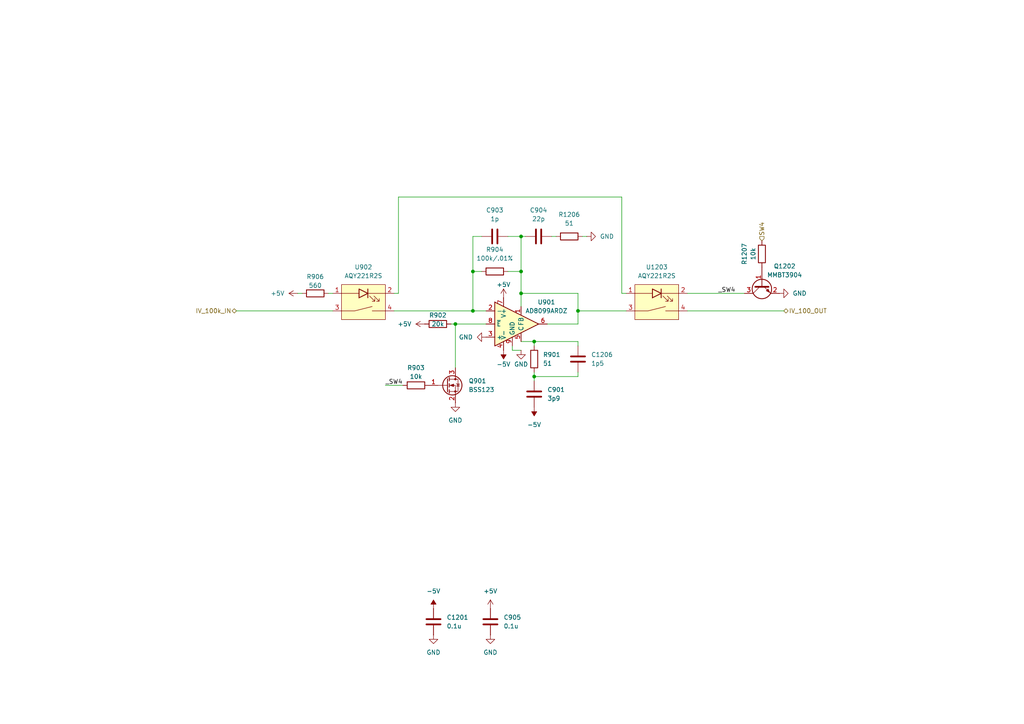
<source format=kicad_sch>
(kicad_sch (version 20250114) (generator "eeschema") (generator_version "9.0")
  (paper "A4")
  (lib_symbols
    (symbol "Device:C" (pin_numbers (hide yes)) (pin_names (offset 0.254))
      (property "Reference" "C" (at 0.635 2.54 0))
      (property "Value" "C" (at 0.635 -2.54 0))
      (symbol "C_0_1"
        (polyline (pts (xy -2.032 0.762) (xy 2.032 0.762)) (stroke (width 0.508)))
        (polyline (pts (xy -2.032 -0.762) (xy 2.032 -0.762)) (stroke (width 0.508)))
      )
      (symbol "C_1_1"
        (pin passive line (at 0 3.81 270) (length 2.794) (name "~") (number "1"))
        (pin passive line (at 0 -3.81 90) (length 2.794) (name "~") (number "2"))
      )
    )
    (symbol "Device:R" (pin_numbers (hide yes)) (pin_names (offset 0))
      (property "Reference" "R" (at 2.032 0 90))
      (property "Value" "R" (at 0 0 90))
      (symbol "R_0_1"
        (rectangle (start -1.016 -2.54) (end 1.016 2.54) (stroke (width 0.254)))
      )
      (symbol "R_1_1"
        (pin passive line (at 0 3.81 270) (length 1.27) (name "~") (number "1"))
        (pin passive line (at 0 -3.81 90) (length 1.27) (name "~") (number "2"))
      )
    )
    (symbol "ETH1LCR3:AD8099ARDZ"
      (property "Reference" "U" (at 10.922 6.604 0))
      (property "Value" "AD8099ARDZ" (at 10.668 4.318 0))
      (symbol "AD8099ARDZ_0_1"
        (polyline (pts (xy -5.08 6.35) (xy -5.08 -6.35) (xy 7.62 0) (xy -5.08 6.35)) (stroke (width 0.254)) (fill (type background)))
      )
      (symbol "AD8099ARDZ_1_0"
        (pin input line (at -7.62 3.81 0) (length 2.54) (name "-") (number "2"))
        (pin input line (at -7.62 0 0) (length 2.54) (name "~{E}") (number "8"))
        (pin input line (at -7.62 -3.81 0) (length 2.54) (name "+") (number "3"))
        (pin passive line (at -2.54 7.62 270) (length 2.54) (name "V+") (number "7"))
        (pin passive line (at -2.54 -7.62 90) (length 2.54) (name "V-") (number "4"))
        (pin passive line (at 0 -6.35 90) (length 2.54) (name "GND") (number "9"))
        (pin input line (at 2.54 5.08 270) (length 2.54) (name "FB") (number "1"))
        (pin passive line (at 2.54 -5.08 90) (length 2.54) (name "C") (number "5"))
        (pin output line (at 10.16 0 180) (length 2.54) (name "") (number "6"))
      )
    )
    (symbol "ETH1LCR3:AQY221R2S"
      (property "Reference" "U" (at 0 7.874 0))
      (property "Value" "AQY221R2S" (at 0 6.096 0))
      (symbol "AQY221R2S_0_1"
        (polyline (pts (xy -6.35 2.54) (xy -1.27 2.54)))
        (polyline (pts (xy -6.35 -2.54) (xy -2.54 -2.54) (xy 2.54 -1.27)))
        (polyline (pts (xy -1.27 1.27) (xy -1.27 3.81) (xy 1.27 2.54) (xy -1.27 1.27)) (stroke (width 0.254)))
        (polyline (pts (xy 1.27 2.54) (xy 6.35 2.54)))
        (polyline (pts (xy 1.27 1.27) (xy 1.27 3.81)) (stroke (width 0.254)))
        (polyline (pts (xy 1.778 1.778) (xy 3.302 0.254) (xy 2.54 0.254) (xy 3.302 0.254) (xy 3.302 1.016)))
        (polyline (pts (xy 2.54 -2.54) (xy 6.35 -2.54)))
        (polyline (pts (xy 3.048 1.778) (xy 4.572 0.254) (xy 3.81 0.254) (xy 4.572 0.254) (xy 4.572 1.016)))
      )
      (symbol "AQY221R2S_1_1"
        (rectangle (start -6.35 5.08) (end 6.35 -5.08) (fill (type background)))
        (pin passive line (at -8.89 2.54 0) (length 2.54) (name "") (number "1"))
        (pin bidirectional line (at -8.89 -2.54 0) (length 2.54) (name "") (number "3"))
        (pin passive line (at 8.89 2.54 180) (length 2.54) (name "") (number "2"))
        (pin bidirectional line (at 8.89 -2.54 180) (length 2.54) (name "") (number "4"))
      )
    )
    (symbol "Transistor_BJT:MMBT3904" (pin_names (offset 0) (hide yes))
      (property "Reference" "Q" (at 5.08 1.905 0))
      (property "Value" "MMBT3904" (at 5.08 0 0))
      (symbol "MMBT3904_0_1"
        (polyline (pts (xy 0.635 1.905) (xy 0.635 -1.905) (xy 0.635 -1.905)) (stroke (width 0.508)))
        (polyline (pts (xy 0.635 0.635) (xy 2.54 2.54)))
        (polyline (pts (xy 0.635 -0.635) (xy 2.54 -2.54) (xy 2.54 -2.54)))
        (circle (center 1.27 0) (radius 2.8194) (stroke (width 0.254)))
        (polyline (pts (xy 1.27 -1.778) (xy 1.778 -1.27) (xy 2.286 -2.286) (xy 1.27 -1.778) (xy 1.27 -1.778)) (fill (type outline)))
      )
      (symbol "MMBT3904_1_1"
        (pin input line (at -5.08 0 0) (length 5.715) (name "B") (number "1"))
        (pin passive line (at 2.54 5.08 270) (length 2.54) (name "C") (number "3"))
        (pin passive line (at 2.54 -5.08 90) (length 2.54) (name "E") (number "2"))
      )
    )
    (symbol "Transistor_FET:BSS123" (pin_names (hide yes))
      (property "Reference" "Q" (at 5.08 1.905 0))
      (property "Value" "BSS123" (at 5.08 0 0))
      (symbol "BSS123_0_1"
        (polyline (pts (xy 0.254 1.905) (xy 0.254 -1.905)) (stroke (width 0.254)))
        (polyline (pts (xy 0.254 0) (xy -2.54 0)))
        (polyline (pts (xy 0.762 2.286) (xy 0.762 1.27)) (stroke (width 0.254)))
        (polyline (pts (xy 0.762 0.508) (xy 0.762 -0.508)) (stroke (width 0.254)))
        (polyline (pts (xy 0.762 -1.27) (xy 0.762 -2.286)) (stroke (width 0.254)))
        (polyline (pts (xy 0.762 -1.778) (xy 3.302 -1.778) (xy 3.302 1.778) (xy 0.762 1.778)))
        (polyline (pts (xy 1.016 0) (xy 2.032 0.381) (xy 2.032 -0.381) (xy 1.016 0)) (fill (type outline)))
        (circle (center 1.651 0) (radius 2.794) (stroke (width 0.254)))
        (polyline (pts (xy 2.54 2.54) (xy 2.54 1.778)))
        (circle (center 2.54 1.778) (radius 0.254) (fill (type outline)))
        (circle (center 2.54 -1.778) (radius 0.254) (fill (type outline)))
        (polyline (pts (xy 2.54 -2.54) (xy 2.54 0) (xy 0.762 0)))
        (polyline (pts (xy 2.794 0.508) (xy 2.921 0.381) (xy 3.683 0.381) (xy 3.81 0.254)))
        (polyline (pts (xy 3.302 0.381) (xy 2.921 -0.254) (xy 3.683 -0.254) (xy 3.302 0.381)))
      )
      (symbol "BSS123_1_1"
        (pin input line (at -5.08 0 0) (length 2.54) (name "G") (number "1"))
        (pin passive line (at 2.54 5.08 270) (length 2.54) (name "D") (number "3"))
        (pin passive line (at 2.54 -5.08 90) (length 2.54) (name "S") (number "2"))
      )
    )
    (symbol "power:+5V" (power) (pin_numbers (hide yes)) (pin_names (offset 0) (hide yes))
      (property "Value" "+5V" (at 0 3.556 0))
      (symbol "+5V_0_1"
        (polyline (pts (xy -0.762 1.27) (xy 0 2.54)))
        (polyline (pts (xy 0 2.54) (xy 0.762 1.27)))
        (polyline (pts (xy 0 0) (xy 0 2.54)))
      )
      (symbol "+5V_1_1"
        (pin power_in line (at 0 0 90) (length 0) (name "~") (number "1"))
      )
    )
    (symbol "power:-5V" (power) (pin_numbers (hide yes)) (pin_names (offset 0) (hide yes))
      (property "Value" "-5V" (at 0 3.556 0))
      (symbol "-5V_0_0"
        (pin power_in line (at 0 0 90) (length 0) (name "~") (number "1"))
      )
      (symbol "-5V_0_1"
        (polyline (pts (xy 0 0) (xy 0 1.27) (xy 0.762 1.27) (xy 0 2.54) (xy -0.762 1.27) (xy 0 1.27)) (fill (type outline)))
      )
    )
    (symbol "power:GND" (power) (pin_numbers (hide yes)) (pin_names (offset 0) (hide yes))
      (property "Value" "GND" (at 0 -3.81 0))
      (symbol "GND_0_1"
        (polyline (pts (xy 0 0) (xy 0 -1.27) (xy 1.27 -1.27) (xy 0 -2.54) (xy -1.27 -1.27) (xy 0 -1.27)))
      )
      (symbol "GND_1_1"
        (pin power_in line (at 0 0 270) (length 0) (name "~") (number "1"))
      )
    )
  )
  (junction (at 154.94 99.06))
  (junction (at 137.16 78.74))
  (junction (at 132.08 93.98))
  (junction (at 154.94 109.22))
  (junction (at 151.13 78.74))
  (junction (at 151.13 68.58))
  (junction (at 167.64 90.17))
  (junction (at 151.13 85.09))
  (junction (at 137.16 90.17))
  (wire (pts (xy 137.16 78.74) (xy 139.7 78.74)))
  (wire (pts (xy 137.16 68.58) (xy 137.16 78.74)))
  (wire (pts (xy 151.13 99.06) (xy 154.94 99.06)))
  (wire (pts (xy 137.16 90.17) (xy 137.16 78.74)))
  (wire (pts (xy 180.34 85.09) (xy 181.61 85.09)))
  (wire (pts (xy 167.64 99.06) (xy 167.64 100.33)))
  (wire (pts (xy 151.13 101.6) (xy 148.59 101.6)))
  (wire (pts (xy 154.94 109.22) (xy 154.94 110.49)))
  (wire (pts (xy 132.08 93.98) (xy 132.08 106.68)))
  (wire (pts (xy 151.13 78.74) (xy 151.13 85.09)))
  (wire (pts (xy 151.13 78.74) (xy 151.13 68.58)))
  (wire (pts (xy 115.57 85.09) (xy 115.57 57.15)))
  (wire (pts (xy 111.76 111.76) (xy 116.84 111.76)))
  (wire (pts (xy 114.3 90.17) (xy 137.16 90.17)))
  (wire (pts (xy 86.36 85.09) (xy 87.63 85.09)))
  (wire (pts (xy 167.64 90.17) (xy 167.64 93.98)))
  (wire (pts (xy 154.94 99.06) (xy 167.64 99.06)))
  (wire (pts (xy 148.59 100.33) (xy 148.59 101.6)))
  (wire (pts (xy 167.64 107.95) (xy 167.64 109.22)))
  (wire (pts (xy 180.34 57.15) (xy 180.34 85.09)))
  (wire (pts (xy 154.94 100.33) (xy 154.94 99.06)))
  (wire (pts (xy 170.18 68.58) (xy 168.91 68.58)))
  (wire (pts (xy 130.81 93.98) (xy 132.08 93.98)))
  (wire (pts (xy 68.58 90.17) (xy 96.52 90.17)))
  (wire (pts (xy 151.13 68.58) (xy 152.4 68.58)))
  (wire (pts (xy 151.13 88.9) (xy 151.13 85.09)))
  (wire (pts (xy 154.94 107.95) (xy 154.94 109.22)))
  (wire (pts (xy 147.32 78.74) (xy 151.13 78.74)))
  (wire (pts (xy 199.39 90.17) (xy 227.33 90.17)))
  (wire (pts (xy 167.64 93.98) (xy 158.75 93.98)))
  (wire (pts (xy 132.08 93.98) (xy 140.97 93.98)))
  (wire (pts (xy 161.29 68.58) (xy 160.02 68.58)))
  (wire (pts (xy 115.57 57.15) (xy 180.34 57.15)))
  (wire (pts (xy 167.64 90.17) (xy 181.61 90.17)))
  (wire (pts (xy 167.64 85.09) (xy 167.64 90.17)))
  (wire (pts (xy 151.13 68.58) (xy 147.32 68.58)))
  (wire (pts (xy 139.7 68.58) (xy 137.16 68.58)))
  (wire (pts (xy 140.97 90.17) (xy 137.16 90.17)))
  (wire (pts (xy 167.64 109.22) (xy 154.94 109.22)))
  (wire (pts (xy 95.25 85.09) (xy 96.52 85.09)))
  (wire (pts (xy 114.3 85.09) (xy 115.57 85.09)))
  (wire (pts (xy 151.13 85.09) (xy 167.64 85.09)))
  (wire (pts (xy 199.39 85.09) (xy 215.9 85.09)))
  (label "_SW4" (at 208.28 85.09 0))
  (label "_SW4" (at 111.76 111.76 0))
  (hierarchical_label "IV_100_OUT" (shape bidirectional) (at 227.33 90.17 0))
  (hierarchical_label "SW4" (shape input) (at 220.98 69.85 90))
  (hierarchical_label "IV_100k_IN" (shape bidirectional) (at 68.58 90.17 180))
  (symbol (lib_id "power:+5V") (at 123.19 93.98 90) (unit 1)
    (property "Reference" "#PWR01202" (effects (hide yes)))
    (property "Value" "+5V" (at 119.38 93.9799 90) (effects (justify left)))
    (property "Description" "Power symbol creates a global label with name \"+5V\"" (effects (hide yes)))
    (instances (project "" (path "" (reference "#PWR0904") (unit 1)) (path "" (reference "#PWR01202") (unit 1))))
  )
  (symbol (lib_id "Device:R") (at 220.98 73.66 180) (unit 1)
    (property "Reference" "R1207" (at 215.9 73.66 90))
    (property "Value" "10k" (at 218.44 73.66 90))
    (property "Footprint" "Resistor_SMD:R_0603_1608Metric_Pad0.98x0.95mm_HandSolder" (effects (hide yes)))
    (property "Description" "Resistor" (effects (hide yes)))
  )
  (symbol (lib_id "power:GND") (at 170.18 68.58 90) (unit 1)
    (property "Reference" "#PWR01213" (effects (hide yes)))
    (property "Value" "GND" (at 173.99 68.5799 90) (effects (justify right)))
    (property "Description" "Power symbol creates a global label with name \"GND\" , ground" (effects (hide yes)))
    (instances (project "" (path "" (reference "#PWR0907") (unit 1)) (path "" (reference "#PWR01213") (unit 1))))
  )
  (symbol (lib_id "power:-5V") (at 154.94 118.11 180) (unit 1)
    (property "Reference" "#PWR01212" (effects (hide yes)))
    (property "Value" "-5V" (at 154.94 123.19 0))
    (property "Description" "Power symbol creates a global label with name \"-5V\"" (effects (hide yes)))
    (instances (project "" (path "" (reference "#PWR0901") (unit 1)) (path "" (reference "#PWR01212") (unit 1))))
  )
  (symbol (lib_id "power:-5V") (at 125.73 176.53 0) (unit 1)
    (property "Reference" "#PWR01203" (effects (hide yes)))
    (property "Value" "-5V" (at 125.73 171.45 0))
    (property "Description" "Power symbol creates a global label with name \"-5V\"" (effects (hide yes)))
  )
  (symbol (lib_id "Device:C") (at 125.73 180.34 0) (unit 1)
    (property "Reference" "C1201" (at 129.54 179.0699 0) (effects (justify left)))
    (property "Value" "0.1u" (at 129.54 181.6099 0) (effects (justify left)))
    (property "Footprint" "Capacitor_SMD:C_0603_1608Metric_Pad1.08x0.95mm_HandSolder" (effects (hide yes)))
    (property "Description" "Unpolarized capacitor" (effects (hide yes)))
  )
  (symbol (lib_id "Device:C") (at 143.51 68.58 90) (unit 1)
    (property "Reference" "C1203" (at 143.51 60.96 90))
    (property "Value" "1p" (at 143.51 63.5 90))
    (property "Footprint" "Capacitor_SMD:C_0603_1608Metric_Pad1.08x0.95mm_HandSolder" (effects (hide yes)))
    (property "Description" "Unpolarized capacitor" (effects (hide yes)))
    (instances (project "" (path "" (reference "C903") (unit 1)) (path "" (reference "C1203") (unit 1))))
  )
  (symbol (lib_id "power:+5V") (at 142.24 176.53 0) (unit 1)
    (property "Reference" "#PWR01207" (effects (hide yes)))
    (property "Value" "+5V" (at 142.24 171.45 0))
    (property "Description" "Power symbol creates a global label with name \"+5V\"" (effects (hide yes)))
  )
  (symbol (lib_id "ETH1LCR3:AD8099ARDZ") (at 148.59 93.98 0) (unit 1)
    (property "Reference" "U1202" (at 158.496 87.63 0))
    (property "Value" "AD8099ARDZ" (at 158.496 90.17 0))
    (property "Footprint" "Package_SO:SOIC-8-1EP_3.9x4.9mm_P1.27mm_EP2.29x3mm_ThermalVias" (effects (hide yes)))
    (property "Datasheet" "https://www.analog.com/media/en/technical-documentation/data-sheets/AD8099.pdf" (effects (hide yes)))
    (property "Description" "Ultralow Distortion, High Speed, 0.95 nV/√Hz Voltage Noise Op Amp" (effects (hide yes)))
    (instances (project "" (path "" (reference "U901") (unit 1)) (path "" (reference "U1202") (unit 1))))
  )
  (symbol (lib_id "Device:C") (at 154.94 114.3 0) (unit 1)
    (property "Reference" "C1204" (at 158.75 113.0299 0) (effects (justify left)))
    (property "Value" "3p9" (at 158.75 115.5699 0) (effects (justify left)))
    (property "Footprint" "Capacitor_SMD:C_0603_1608Metric_Pad1.08x0.95mm_HandSolder" (effects (hide yes)))
    (property "Description" "Unpolarized capacitor" (effects (hide yes)))
    (instances (project "" (path "" (reference "C901") (unit 1)) (path "" (reference "C1204") (unit 1))))
  )
  (symbol (lib_id "power:GND") (at 226.06 85.09 90) (unit 1)
    (property "Reference" "#PWR01214" (effects (hide yes)))
    (property "Value" "GND" (at 229.87 85.0899 90) (effects (justify right)))
    (property "Description" "Power symbol creates a global label with name \"GND\" , ground" (effects (hide yes)))
  )
  (symbol (lib_id "power:GND") (at 142.24 184.15 0) (unit 1)
    (property "Reference" "#PWR01208" (effects (hide yes)))
    (property "Value" "GND" (at 142.24 189.23 0))
    (property "Description" "Power symbol creates a global label with name \"GND\" , ground" (effects (hide yes)))
  )
  (symbol (lib_id "Device:R") (at 120.65 111.76 90) (unit 1)
    (property "Reference" "R1202" (at 120.65 106.68 90))
    (property "Value" "10k" (at 120.65 109.22 90))
    (property "Footprint" "Resistor_SMD:R_0603_1608Metric_Pad0.98x0.95mm_HandSolder" (effects (hide yes)))
    (property "Description" "Resistor" (effects (hide yes)))
    (instances (project "" (path "" (reference "R903") (unit 1)) (path "" (reference "R1202") (unit 1))))
  )
  (symbol (lib_id "ETH1LCR3:AQY221R2S") (at 190.5 87.63 0) (unit 1)
    (property "Reference" "U1203" (at 190.5 77.47 0))
    (property "Value" "AQY221R2S" (at 190.5 80.01 0))
    (property "Footprint" "Package_SO:SOP-4_3.8x4.1mm_P2.54mm" (effects (hide yes)))
    (property "Description" "RF SOP 1 Form A C×R10" (effects (hide yes)))
  )
  (symbol (lib_id "Device:R") (at 91.44 85.09 90) (unit 1)
    (property "Reference" "R1201" (at 91.44 80.264 90))
    (property "Value" "560" (at 91.44 82.804 90))
    (property "Footprint" "Resistor_SMD:R_0603_1608Metric_Pad0.98x0.95mm_HandSolder" (effects (hide yes)))
    (property "Description" "Resistor" (effects (hide yes)))
    (instances (project "" (path "" (reference "R906") (unit 1)) (path "" (reference "R1201") (unit 1))))
  )
  (symbol (lib_id "power:GND") (at 140.97 97.79 270) (unit 1)
    (property "Reference" "#PWR01206" (effects (hide yes)))
    (property "Value" "GND" (at 137.16 97.7899 90) (effects (justify right)))
    (property "Description" "Power symbol creates a global label with name \"GND\" , ground" (effects (hide yes)))
    (instances (project "" (path "" (reference "#PWR0902") (unit 1)) (path "" (reference "#PWR01206") (unit 1))))
  )
  (symbol (lib_id "Device:R") (at 165.1 68.58 90) (unit 1)
    (property "Reference" "R1206" (at 165.1 62.23 90))
    (property "Value" "51" (at 165.1 64.77 90))
    (property "Footprint" "Resistor_SMD:R_0603_1608Metric_Pad0.98x0.95mm_HandSolder" (effects (hide yes)))
    (property "Description" "Resistor" (effects (hide yes)))
  )
  (symbol (lib_id "Device:R") (at 143.51 78.74 90) (unit 1)
    (property "Reference" "R1204" (at 143.51 72.39 90))
    (property "Value" "100k/.01%" (at 143.51 74.93 90))
    (property "Footprint" "Resistor_SMD:R_0603_1608Metric_Pad0.98x0.95mm_HandSolder" (effects (hide yes)))
    (property "Description" "Resistor" (effects (hide yes)))
    (instances (project "" (path "" (reference "R904") (unit 1)) (path "" (reference "R1204") (unit 1))))
  )
  (symbol (lib_id "Transistor_BJT:MMBT3904") (at 220.98 82.55 90) (mirror x) (unit 1)
    (property "Reference" "Q1202" (at 227.584 77.216 90))
    (property "Value" "MMBT3904" (at 227.584 79.756 90))
    (property "Footprint" "Package_TO_SOT_SMD:SOT-23" (effects (hide yes)))
    (property "Datasheet" "https://www.onsemi.com/pdf/datasheet/pzt3904-d.pdf" (effects (hide yes)))
    (property "Description" "0.2A Ic, 40V Vce, Small Signal NPN Transistor, SOT-23" (effects (hide yes)))
  )
  (symbol (lib_id "Device:R") (at 127 93.98 90) (unit 1)
    (property "Reference" "R1203" (at 127 91.44 90))
    (property "Value" "20k" (at 127 93.98 90))
    (property "Footprint" "Resistor_SMD:R_0603_1608Metric_Pad0.98x0.95mm_HandSolder" (effects (hide yes)))
    (property "Description" "Resistor" (effects (hide yes)))
    (instances (project "" (path "" (reference "R902") (unit 1)) (path "" (reference "R1203") (unit 1))))
  )
  (symbol (lib_id "Device:C") (at 142.24 180.34 0) (unit 1)
    (property "Reference" "C1202" (at 146.05 179.0699 0) (effects (justify left)))
    (property "Value" "0.1u" (at 146.05 181.6099 0) (effects (justify left)))
    (property "Footprint" "Capacitor_SMD:C_0603_1608Metric_Pad1.08x0.95mm_HandSolder" (effects (hide yes)))
    (property "Description" "Unpolarized capacitor" (effects (hide yes)))
    (instances (project "" (path "" (reference "C905") (unit 1)) (path "" (reference "C1202") (unit 1))))
  )
  (symbol (lib_id "Device:R") (at 154.94 104.14 0) (unit 1)
    (property "Reference" "R1205" (at 157.48 102.8699 0) (effects (justify left)))
    (property "Value" "51" (at 157.48 105.4099 0) (effects (justify left)))
    (property "Footprint" "Resistor_SMD:R_0603_1608Metric_Pad0.98x0.95mm_HandSolder" (effects (hide yes)))
    (property "Description" "Resistor" (effects (hide yes)))
    (instances (project "" (path "" (reference "R901") (unit 1)) (path "" (reference "R1205") (unit 1))))
  )
  (symbol (lib_id "power:+5V") (at 146.05 86.36 0) (unit 1)
    (property "Reference" "#PWR01209" (effects (hide yes)))
    (property "Value" "+5V" (at 146.05 82.55 0))
    (property "Description" "Power symbol creates a global label with name \"+5V\"" (effects (hide yes)))
    (instances (project "" (path "" (reference "#PWR0905") (unit 1)) (path "" (reference "#PWR01209") (unit 1))))
  )
  (symbol (lib_id "Device:C") (at 156.21 68.58 90) (unit 1)
    (property "Reference" "C1205" (at 156.21 60.96 90))
    (property "Value" "22p" (at 156.21 63.5 90))
    (property "Footprint" "Capacitor_SMD:C_0603_1608Metric_Pad1.08x0.95mm_HandSolder" (effects (hide yes)))
    (property "Description" "Unpolarized capacitor" (effects (hide yes)))
    (instances (project "" (path "" (reference "C904") (unit 1)) (path "" (reference "C1205") (unit 1))))
  )
  (symbol (lib_id "Transistor_FET:BSS123") (at 129.54 111.76 0) (unit 1)
    (property "Reference" "Q1201" (at 135.89 110.4899 0) (effects (justify left)))
    (property "Value" "BSS123" (at 135.89 113.0299 0) (effects (justify left)))
    (property "Footprint" "Package_TO_SOT_SMD:SOT-23" (effects (hide yes)))
    (property "Datasheet" "http://www.diodes.com/assets/Datasheets/ds30366.pdf" (effects (hide yes)))
    (property "Description" "0.17A Id, 100V Vds, N-Channel MOSFET, SOT-23" (effects (hide yes)))
    (instances (project "" (path "" (reference "Q901") (unit 1)) (path "" (reference "Q1201") (unit 1))))
  )
  (symbol (lib_id "power:+5V") (at 86.36 85.09 90) (unit 1)
    (property "Reference" "#PWR01201" (effects (hide yes)))
    (property "Value" "+5V" (at 82.55 85.0899 90) (effects (justify left)))
    (property "Description" "Power symbol creates a global label with name \"+5V\"" (effects (hide yes)))
    (instances (project "" (path "" (reference "#PWR0908") (unit 1)) (path "" (reference "#PWR01201") (unit 1))))
  )
  (symbol (lib_id "power:GND") (at 132.08 116.84 0) (unit 1)
    (property "Reference" "#PWR01205" (effects (hide yes)))
    (property "Value" "GND" (at 132.08 121.92 0))
    (property "Description" "Power symbol creates a global label with name \"GND\" , ground" (effects (hide yes)))
  )
  (symbol (lib_id "ETH1LCR3:AQY221R2S") (at 105.41 87.63 0) (unit 1)
    (property "Reference" "U1201" (at 105.41 77.47 0))
    (property "Value" "AQY221R2S" (at 105.41 80.01 0))
    (property "Footprint" "Package_SO:SOP-4_3.8x4.1mm_P2.54mm" (effects (hide yes)))
    (property "Description" "RF SOP 1 Form A C×R10" (effects (hide yes)))
    (instances (project "" (path "" (reference "U902") (unit 1)) (path "" (reference "U1201") (unit 1))))
  )
  (symbol (lib_id "power:GND") (at 125.73 184.15 0) (unit 1)
    (property "Reference" "#PWR01204" (effects (hide yes)))
    (property "Value" "GND" (at 125.73 189.23 0))
    (property "Description" "Power symbol creates a global label with name \"GND\" , ground" (effects (hide yes)))
  )
  (symbol (lib_id "Device:C") (at 167.64 104.14 0) (unit 1)
    (property "Reference" "C1206" (at 171.45 102.8699 0) (effects (justify left)))
    (property "Value" "1p5" (at 171.45 105.4099 0) (effects (justify left)))
    (property "Footprint" "Capacitor_SMD:C_0603_1608Metric_Pad1.08x0.95mm_HandSolder" (effects (hide yes)))
    (property "Description" "Unpolarized capacitor" (effects (hide yes)))
  )
  (symbol (lib_id "power:GND") (at 151.13 101.6 0) (unit 1)
    (property "Reference" "#PWR01211" (effects (hide yes)))
    (property "Value" "GND" (at 151.13 105.664 0))
    (property "Description" "Power symbol creates a global label with name \"GND\" , ground" (effects (hide yes)))
  )
  (symbol (lib_id "power:-5V") (at 146.05 101.6 180) (unit 1)
    (property "Reference" "#PWR01210" (effects (hide yes)))
    (property "Value" "-5V" (at 146.05 105.664 0))
    (property "Description" "Power symbol creates a global label with name \"-5V\"" (effects (hide yes)))
    (instances (project "" (path "" (reference "#PWR0906") (unit 1)) (path "" (reference "#PWR01210") (unit 1))))
  )
)
</source>
